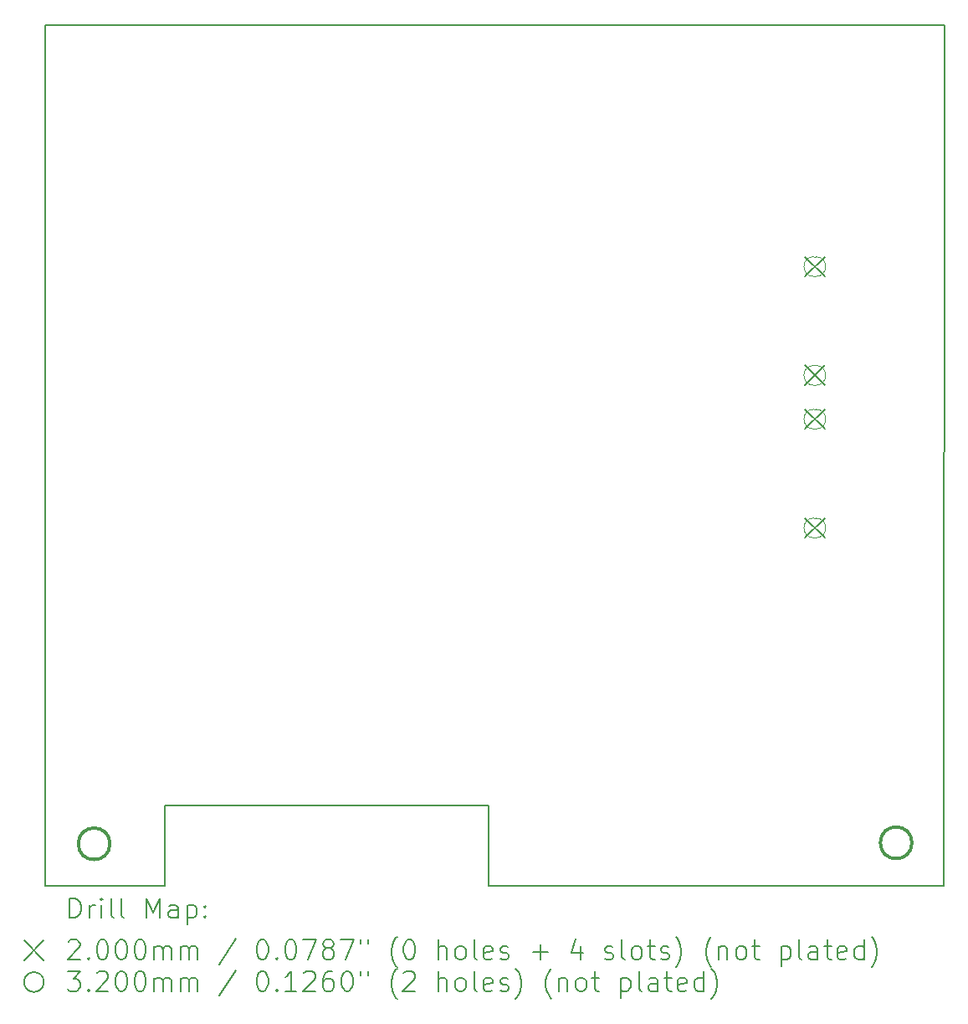
<source format=gbr>
%TF.GenerationSoftware,KiCad,Pcbnew,9.0.5*%
%TF.CreationDate,2025-11-16T19:00:11+01:00*%
%TF.ProjectId,OSCAR_Audio,4f534341-525f-4417-9564-696f2e6b6963,rev?*%
%TF.SameCoordinates,Original*%
%TF.FileFunction,Drillmap*%
%TF.FilePolarity,Positive*%
%FSLAX45Y45*%
G04 Gerber Fmt 4.5, Leading zero omitted, Abs format (unit mm)*
G04 Created by KiCad (PCBNEW 9.0.5) date 2025-11-16 19:00:11*
%MOMM*%
%LPD*%
G01*
G04 APERTURE LIST*
%ADD10C,0.200000*%
%ADD11C,0.100000*%
%ADD12C,0.320000*%
G04 APERTURE END LIST*
D10*
X11264000Y-13231000D02*
X11264000Y-4527000D01*
X12482000Y-13231000D02*
X11264000Y-13231000D01*
X12482000Y-12419000D02*
X12482000Y-13231000D01*
X15756000Y-12420000D02*
X12482000Y-12419000D01*
X11264000Y-4527000D02*
X20366000Y-4526000D01*
X20364000Y-13231000D02*
X15756000Y-13232000D01*
X20366000Y-4526000D02*
X20364000Y-13231000D01*
X15756000Y-13232000D02*
X15756000Y-12420000D01*
X18956000Y-6867000D02*
X19156000Y-7067000D01*
X19156000Y-6867000D02*
X18956000Y-7067000D01*
D11*
X19046000Y-7067000D02*
X19066000Y-7067000D01*
X19066000Y-6867000D02*
G75*
G02*
X19066000Y-7067000I0J-100000D01*
G01*
X19066000Y-6867000D02*
X19046000Y-6867000D01*
X19046000Y-6867000D02*
G75*
G03*
X19046000Y-7067000I0J-100000D01*
G01*
D10*
X18956000Y-7967000D02*
X19156000Y-8167000D01*
X19156000Y-7967000D02*
X18956000Y-8167000D01*
D11*
X19046000Y-8167000D02*
X19066000Y-8167000D01*
X19066000Y-7967000D02*
G75*
G02*
X19066000Y-8167000I0J-100000D01*
G01*
X19066000Y-7967000D02*
X19046000Y-7967000D01*
X19046000Y-7967000D02*
G75*
G03*
X19046000Y-8167000I0J-100000D01*
G01*
D10*
X18956000Y-8410000D02*
X19156000Y-8610000D01*
X19156000Y-8410000D02*
X18956000Y-8610000D01*
D11*
X19046000Y-8610000D02*
X19066000Y-8610000D01*
X19066000Y-8410000D02*
G75*
G02*
X19066000Y-8610000I0J-100000D01*
G01*
X19066000Y-8410000D02*
X19046000Y-8410000D01*
X19046000Y-8410000D02*
G75*
G03*
X19046000Y-8610000I0J-100000D01*
G01*
D10*
X18956000Y-9510000D02*
X19156000Y-9710000D01*
X19156000Y-9510000D02*
X18956000Y-9710000D01*
D11*
X19046000Y-9710000D02*
X19066000Y-9710000D01*
X19066000Y-9510000D02*
G75*
G02*
X19066000Y-9710000I0J-100000D01*
G01*
X19066000Y-9510000D02*
X19046000Y-9510000D01*
X19046000Y-9510000D02*
G75*
G03*
X19046000Y-9710000I0J-100000D01*
G01*
D12*
X11923000Y-12804000D02*
G75*
G02*
X11603000Y-12804000I-160000J0D01*
G01*
X11603000Y-12804000D02*
G75*
G02*
X11923000Y-12804000I160000J0D01*
G01*
X20039000Y-12794000D02*
G75*
G02*
X19719000Y-12794000I-160000J0D01*
G01*
X19719000Y-12794000D02*
G75*
G02*
X20039000Y-12794000I160000J0D01*
G01*
D10*
X11514777Y-13553484D02*
X11514777Y-13353484D01*
X11514777Y-13353484D02*
X11562396Y-13353484D01*
X11562396Y-13353484D02*
X11590967Y-13363008D01*
X11590967Y-13363008D02*
X11610015Y-13382055D01*
X11610015Y-13382055D02*
X11619539Y-13401103D01*
X11619539Y-13401103D02*
X11629062Y-13439198D01*
X11629062Y-13439198D02*
X11629062Y-13467769D01*
X11629062Y-13467769D02*
X11619539Y-13505865D01*
X11619539Y-13505865D02*
X11610015Y-13524912D01*
X11610015Y-13524912D02*
X11590967Y-13543960D01*
X11590967Y-13543960D02*
X11562396Y-13553484D01*
X11562396Y-13553484D02*
X11514777Y-13553484D01*
X11714777Y-13553484D02*
X11714777Y-13420150D01*
X11714777Y-13458246D02*
X11724301Y-13439198D01*
X11724301Y-13439198D02*
X11733824Y-13429674D01*
X11733824Y-13429674D02*
X11752872Y-13420150D01*
X11752872Y-13420150D02*
X11771920Y-13420150D01*
X11838586Y-13553484D02*
X11838586Y-13420150D01*
X11838586Y-13353484D02*
X11829062Y-13363008D01*
X11829062Y-13363008D02*
X11838586Y-13372531D01*
X11838586Y-13372531D02*
X11848110Y-13363008D01*
X11848110Y-13363008D02*
X11838586Y-13353484D01*
X11838586Y-13353484D02*
X11838586Y-13372531D01*
X11962396Y-13553484D02*
X11943348Y-13543960D01*
X11943348Y-13543960D02*
X11933824Y-13524912D01*
X11933824Y-13524912D02*
X11933824Y-13353484D01*
X12067158Y-13553484D02*
X12048110Y-13543960D01*
X12048110Y-13543960D02*
X12038586Y-13524912D01*
X12038586Y-13524912D02*
X12038586Y-13353484D01*
X12295729Y-13553484D02*
X12295729Y-13353484D01*
X12295729Y-13353484D02*
X12362396Y-13496341D01*
X12362396Y-13496341D02*
X12429062Y-13353484D01*
X12429062Y-13353484D02*
X12429062Y-13553484D01*
X12610015Y-13553484D02*
X12610015Y-13448722D01*
X12610015Y-13448722D02*
X12600491Y-13429674D01*
X12600491Y-13429674D02*
X12581443Y-13420150D01*
X12581443Y-13420150D02*
X12543348Y-13420150D01*
X12543348Y-13420150D02*
X12524301Y-13429674D01*
X12610015Y-13543960D02*
X12590967Y-13553484D01*
X12590967Y-13553484D02*
X12543348Y-13553484D01*
X12543348Y-13553484D02*
X12524301Y-13543960D01*
X12524301Y-13543960D02*
X12514777Y-13524912D01*
X12514777Y-13524912D02*
X12514777Y-13505865D01*
X12514777Y-13505865D02*
X12524301Y-13486817D01*
X12524301Y-13486817D02*
X12543348Y-13477293D01*
X12543348Y-13477293D02*
X12590967Y-13477293D01*
X12590967Y-13477293D02*
X12610015Y-13467769D01*
X12705253Y-13420150D02*
X12705253Y-13620150D01*
X12705253Y-13429674D02*
X12724301Y-13420150D01*
X12724301Y-13420150D02*
X12762396Y-13420150D01*
X12762396Y-13420150D02*
X12781443Y-13429674D01*
X12781443Y-13429674D02*
X12790967Y-13439198D01*
X12790967Y-13439198D02*
X12800491Y-13458246D01*
X12800491Y-13458246D02*
X12800491Y-13515388D01*
X12800491Y-13515388D02*
X12790967Y-13534436D01*
X12790967Y-13534436D02*
X12781443Y-13543960D01*
X12781443Y-13543960D02*
X12762396Y-13553484D01*
X12762396Y-13553484D02*
X12724301Y-13553484D01*
X12724301Y-13553484D02*
X12705253Y-13543960D01*
X12886205Y-13534436D02*
X12895729Y-13543960D01*
X12895729Y-13543960D02*
X12886205Y-13553484D01*
X12886205Y-13553484D02*
X12876682Y-13543960D01*
X12876682Y-13543960D02*
X12886205Y-13534436D01*
X12886205Y-13534436D02*
X12886205Y-13553484D01*
X12886205Y-13429674D02*
X12895729Y-13439198D01*
X12895729Y-13439198D02*
X12886205Y-13448722D01*
X12886205Y-13448722D02*
X12876682Y-13439198D01*
X12876682Y-13439198D02*
X12886205Y-13429674D01*
X12886205Y-13429674D02*
X12886205Y-13448722D01*
X11054000Y-13782000D02*
X11254000Y-13982000D01*
X11254000Y-13782000D02*
X11054000Y-13982000D01*
X11505253Y-13792531D02*
X11514777Y-13783008D01*
X11514777Y-13783008D02*
X11533824Y-13773484D01*
X11533824Y-13773484D02*
X11581443Y-13773484D01*
X11581443Y-13773484D02*
X11600491Y-13783008D01*
X11600491Y-13783008D02*
X11610015Y-13792531D01*
X11610015Y-13792531D02*
X11619539Y-13811579D01*
X11619539Y-13811579D02*
X11619539Y-13830627D01*
X11619539Y-13830627D02*
X11610015Y-13859198D01*
X11610015Y-13859198D02*
X11495729Y-13973484D01*
X11495729Y-13973484D02*
X11619539Y-13973484D01*
X11705253Y-13954436D02*
X11714777Y-13963960D01*
X11714777Y-13963960D02*
X11705253Y-13973484D01*
X11705253Y-13973484D02*
X11695729Y-13963960D01*
X11695729Y-13963960D02*
X11705253Y-13954436D01*
X11705253Y-13954436D02*
X11705253Y-13973484D01*
X11838586Y-13773484D02*
X11857634Y-13773484D01*
X11857634Y-13773484D02*
X11876682Y-13783008D01*
X11876682Y-13783008D02*
X11886205Y-13792531D01*
X11886205Y-13792531D02*
X11895729Y-13811579D01*
X11895729Y-13811579D02*
X11905253Y-13849674D01*
X11905253Y-13849674D02*
X11905253Y-13897293D01*
X11905253Y-13897293D02*
X11895729Y-13935388D01*
X11895729Y-13935388D02*
X11886205Y-13954436D01*
X11886205Y-13954436D02*
X11876682Y-13963960D01*
X11876682Y-13963960D02*
X11857634Y-13973484D01*
X11857634Y-13973484D02*
X11838586Y-13973484D01*
X11838586Y-13973484D02*
X11819539Y-13963960D01*
X11819539Y-13963960D02*
X11810015Y-13954436D01*
X11810015Y-13954436D02*
X11800491Y-13935388D01*
X11800491Y-13935388D02*
X11790967Y-13897293D01*
X11790967Y-13897293D02*
X11790967Y-13849674D01*
X11790967Y-13849674D02*
X11800491Y-13811579D01*
X11800491Y-13811579D02*
X11810015Y-13792531D01*
X11810015Y-13792531D02*
X11819539Y-13783008D01*
X11819539Y-13783008D02*
X11838586Y-13773484D01*
X12029062Y-13773484D02*
X12048110Y-13773484D01*
X12048110Y-13773484D02*
X12067158Y-13783008D01*
X12067158Y-13783008D02*
X12076682Y-13792531D01*
X12076682Y-13792531D02*
X12086205Y-13811579D01*
X12086205Y-13811579D02*
X12095729Y-13849674D01*
X12095729Y-13849674D02*
X12095729Y-13897293D01*
X12095729Y-13897293D02*
X12086205Y-13935388D01*
X12086205Y-13935388D02*
X12076682Y-13954436D01*
X12076682Y-13954436D02*
X12067158Y-13963960D01*
X12067158Y-13963960D02*
X12048110Y-13973484D01*
X12048110Y-13973484D02*
X12029062Y-13973484D01*
X12029062Y-13973484D02*
X12010015Y-13963960D01*
X12010015Y-13963960D02*
X12000491Y-13954436D01*
X12000491Y-13954436D02*
X11990967Y-13935388D01*
X11990967Y-13935388D02*
X11981443Y-13897293D01*
X11981443Y-13897293D02*
X11981443Y-13849674D01*
X11981443Y-13849674D02*
X11990967Y-13811579D01*
X11990967Y-13811579D02*
X12000491Y-13792531D01*
X12000491Y-13792531D02*
X12010015Y-13783008D01*
X12010015Y-13783008D02*
X12029062Y-13773484D01*
X12219539Y-13773484D02*
X12238586Y-13773484D01*
X12238586Y-13773484D02*
X12257634Y-13783008D01*
X12257634Y-13783008D02*
X12267158Y-13792531D01*
X12267158Y-13792531D02*
X12276682Y-13811579D01*
X12276682Y-13811579D02*
X12286205Y-13849674D01*
X12286205Y-13849674D02*
X12286205Y-13897293D01*
X12286205Y-13897293D02*
X12276682Y-13935388D01*
X12276682Y-13935388D02*
X12267158Y-13954436D01*
X12267158Y-13954436D02*
X12257634Y-13963960D01*
X12257634Y-13963960D02*
X12238586Y-13973484D01*
X12238586Y-13973484D02*
X12219539Y-13973484D01*
X12219539Y-13973484D02*
X12200491Y-13963960D01*
X12200491Y-13963960D02*
X12190967Y-13954436D01*
X12190967Y-13954436D02*
X12181443Y-13935388D01*
X12181443Y-13935388D02*
X12171920Y-13897293D01*
X12171920Y-13897293D02*
X12171920Y-13849674D01*
X12171920Y-13849674D02*
X12181443Y-13811579D01*
X12181443Y-13811579D02*
X12190967Y-13792531D01*
X12190967Y-13792531D02*
X12200491Y-13783008D01*
X12200491Y-13783008D02*
X12219539Y-13773484D01*
X12371920Y-13973484D02*
X12371920Y-13840150D01*
X12371920Y-13859198D02*
X12381443Y-13849674D01*
X12381443Y-13849674D02*
X12400491Y-13840150D01*
X12400491Y-13840150D02*
X12429063Y-13840150D01*
X12429063Y-13840150D02*
X12448110Y-13849674D01*
X12448110Y-13849674D02*
X12457634Y-13868722D01*
X12457634Y-13868722D02*
X12457634Y-13973484D01*
X12457634Y-13868722D02*
X12467158Y-13849674D01*
X12467158Y-13849674D02*
X12486205Y-13840150D01*
X12486205Y-13840150D02*
X12514777Y-13840150D01*
X12514777Y-13840150D02*
X12533824Y-13849674D01*
X12533824Y-13849674D02*
X12543348Y-13868722D01*
X12543348Y-13868722D02*
X12543348Y-13973484D01*
X12638586Y-13973484D02*
X12638586Y-13840150D01*
X12638586Y-13859198D02*
X12648110Y-13849674D01*
X12648110Y-13849674D02*
X12667158Y-13840150D01*
X12667158Y-13840150D02*
X12695729Y-13840150D01*
X12695729Y-13840150D02*
X12714777Y-13849674D01*
X12714777Y-13849674D02*
X12724301Y-13868722D01*
X12724301Y-13868722D02*
X12724301Y-13973484D01*
X12724301Y-13868722D02*
X12733824Y-13849674D01*
X12733824Y-13849674D02*
X12752872Y-13840150D01*
X12752872Y-13840150D02*
X12781443Y-13840150D01*
X12781443Y-13840150D02*
X12800491Y-13849674D01*
X12800491Y-13849674D02*
X12810015Y-13868722D01*
X12810015Y-13868722D02*
X12810015Y-13973484D01*
X13200491Y-13763960D02*
X13029063Y-14021103D01*
X13457634Y-13773484D02*
X13476682Y-13773484D01*
X13476682Y-13773484D02*
X13495729Y-13783008D01*
X13495729Y-13783008D02*
X13505253Y-13792531D01*
X13505253Y-13792531D02*
X13514777Y-13811579D01*
X13514777Y-13811579D02*
X13524301Y-13849674D01*
X13524301Y-13849674D02*
X13524301Y-13897293D01*
X13524301Y-13897293D02*
X13514777Y-13935388D01*
X13514777Y-13935388D02*
X13505253Y-13954436D01*
X13505253Y-13954436D02*
X13495729Y-13963960D01*
X13495729Y-13963960D02*
X13476682Y-13973484D01*
X13476682Y-13973484D02*
X13457634Y-13973484D01*
X13457634Y-13973484D02*
X13438586Y-13963960D01*
X13438586Y-13963960D02*
X13429063Y-13954436D01*
X13429063Y-13954436D02*
X13419539Y-13935388D01*
X13419539Y-13935388D02*
X13410015Y-13897293D01*
X13410015Y-13897293D02*
X13410015Y-13849674D01*
X13410015Y-13849674D02*
X13419539Y-13811579D01*
X13419539Y-13811579D02*
X13429063Y-13792531D01*
X13429063Y-13792531D02*
X13438586Y-13783008D01*
X13438586Y-13783008D02*
X13457634Y-13773484D01*
X13610015Y-13954436D02*
X13619539Y-13963960D01*
X13619539Y-13963960D02*
X13610015Y-13973484D01*
X13610015Y-13973484D02*
X13600491Y-13963960D01*
X13600491Y-13963960D02*
X13610015Y-13954436D01*
X13610015Y-13954436D02*
X13610015Y-13973484D01*
X13743348Y-13773484D02*
X13762396Y-13773484D01*
X13762396Y-13773484D02*
X13781444Y-13783008D01*
X13781444Y-13783008D02*
X13790967Y-13792531D01*
X13790967Y-13792531D02*
X13800491Y-13811579D01*
X13800491Y-13811579D02*
X13810015Y-13849674D01*
X13810015Y-13849674D02*
X13810015Y-13897293D01*
X13810015Y-13897293D02*
X13800491Y-13935388D01*
X13800491Y-13935388D02*
X13790967Y-13954436D01*
X13790967Y-13954436D02*
X13781444Y-13963960D01*
X13781444Y-13963960D02*
X13762396Y-13973484D01*
X13762396Y-13973484D02*
X13743348Y-13973484D01*
X13743348Y-13973484D02*
X13724301Y-13963960D01*
X13724301Y-13963960D02*
X13714777Y-13954436D01*
X13714777Y-13954436D02*
X13705253Y-13935388D01*
X13705253Y-13935388D02*
X13695729Y-13897293D01*
X13695729Y-13897293D02*
X13695729Y-13849674D01*
X13695729Y-13849674D02*
X13705253Y-13811579D01*
X13705253Y-13811579D02*
X13714777Y-13792531D01*
X13714777Y-13792531D02*
X13724301Y-13783008D01*
X13724301Y-13783008D02*
X13743348Y-13773484D01*
X13876682Y-13773484D02*
X14010015Y-13773484D01*
X14010015Y-13773484D02*
X13924301Y-13973484D01*
X14114777Y-13859198D02*
X14095729Y-13849674D01*
X14095729Y-13849674D02*
X14086206Y-13840150D01*
X14086206Y-13840150D02*
X14076682Y-13821103D01*
X14076682Y-13821103D02*
X14076682Y-13811579D01*
X14076682Y-13811579D02*
X14086206Y-13792531D01*
X14086206Y-13792531D02*
X14095729Y-13783008D01*
X14095729Y-13783008D02*
X14114777Y-13773484D01*
X14114777Y-13773484D02*
X14152872Y-13773484D01*
X14152872Y-13773484D02*
X14171920Y-13783008D01*
X14171920Y-13783008D02*
X14181444Y-13792531D01*
X14181444Y-13792531D02*
X14190967Y-13811579D01*
X14190967Y-13811579D02*
X14190967Y-13821103D01*
X14190967Y-13821103D02*
X14181444Y-13840150D01*
X14181444Y-13840150D02*
X14171920Y-13849674D01*
X14171920Y-13849674D02*
X14152872Y-13859198D01*
X14152872Y-13859198D02*
X14114777Y-13859198D01*
X14114777Y-13859198D02*
X14095729Y-13868722D01*
X14095729Y-13868722D02*
X14086206Y-13878246D01*
X14086206Y-13878246D02*
X14076682Y-13897293D01*
X14076682Y-13897293D02*
X14076682Y-13935388D01*
X14076682Y-13935388D02*
X14086206Y-13954436D01*
X14086206Y-13954436D02*
X14095729Y-13963960D01*
X14095729Y-13963960D02*
X14114777Y-13973484D01*
X14114777Y-13973484D02*
X14152872Y-13973484D01*
X14152872Y-13973484D02*
X14171920Y-13963960D01*
X14171920Y-13963960D02*
X14181444Y-13954436D01*
X14181444Y-13954436D02*
X14190967Y-13935388D01*
X14190967Y-13935388D02*
X14190967Y-13897293D01*
X14190967Y-13897293D02*
X14181444Y-13878246D01*
X14181444Y-13878246D02*
X14171920Y-13868722D01*
X14171920Y-13868722D02*
X14152872Y-13859198D01*
X14257634Y-13773484D02*
X14390967Y-13773484D01*
X14390967Y-13773484D02*
X14305253Y-13973484D01*
X14457634Y-13773484D02*
X14457634Y-13811579D01*
X14533825Y-13773484D02*
X14533825Y-13811579D01*
X14829063Y-14049674D02*
X14819539Y-14040150D01*
X14819539Y-14040150D02*
X14800491Y-14011579D01*
X14800491Y-14011579D02*
X14790968Y-13992531D01*
X14790968Y-13992531D02*
X14781444Y-13963960D01*
X14781444Y-13963960D02*
X14771920Y-13916341D01*
X14771920Y-13916341D02*
X14771920Y-13878246D01*
X14771920Y-13878246D02*
X14781444Y-13830627D01*
X14781444Y-13830627D02*
X14790968Y-13802055D01*
X14790968Y-13802055D02*
X14800491Y-13783008D01*
X14800491Y-13783008D02*
X14819539Y-13754436D01*
X14819539Y-13754436D02*
X14829063Y-13744912D01*
X14943348Y-13773484D02*
X14962396Y-13773484D01*
X14962396Y-13773484D02*
X14981444Y-13783008D01*
X14981444Y-13783008D02*
X14990968Y-13792531D01*
X14990968Y-13792531D02*
X15000491Y-13811579D01*
X15000491Y-13811579D02*
X15010015Y-13849674D01*
X15010015Y-13849674D02*
X15010015Y-13897293D01*
X15010015Y-13897293D02*
X15000491Y-13935388D01*
X15000491Y-13935388D02*
X14990968Y-13954436D01*
X14990968Y-13954436D02*
X14981444Y-13963960D01*
X14981444Y-13963960D02*
X14962396Y-13973484D01*
X14962396Y-13973484D02*
X14943348Y-13973484D01*
X14943348Y-13973484D02*
X14924301Y-13963960D01*
X14924301Y-13963960D02*
X14914777Y-13954436D01*
X14914777Y-13954436D02*
X14905253Y-13935388D01*
X14905253Y-13935388D02*
X14895729Y-13897293D01*
X14895729Y-13897293D02*
X14895729Y-13849674D01*
X14895729Y-13849674D02*
X14905253Y-13811579D01*
X14905253Y-13811579D02*
X14914777Y-13792531D01*
X14914777Y-13792531D02*
X14924301Y-13783008D01*
X14924301Y-13783008D02*
X14943348Y-13773484D01*
X15248110Y-13973484D02*
X15248110Y-13773484D01*
X15333825Y-13973484D02*
X15333825Y-13868722D01*
X15333825Y-13868722D02*
X15324301Y-13849674D01*
X15324301Y-13849674D02*
X15305253Y-13840150D01*
X15305253Y-13840150D02*
X15276682Y-13840150D01*
X15276682Y-13840150D02*
X15257634Y-13849674D01*
X15257634Y-13849674D02*
X15248110Y-13859198D01*
X15457634Y-13973484D02*
X15438587Y-13963960D01*
X15438587Y-13963960D02*
X15429063Y-13954436D01*
X15429063Y-13954436D02*
X15419539Y-13935388D01*
X15419539Y-13935388D02*
X15419539Y-13878246D01*
X15419539Y-13878246D02*
X15429063Y-13859198D01*
X15429063Y-13859198D02*
X15438587Y-13849674D01*
X15438587Y-13849674D02*
X15457634Y-13840150D01*
X15457634Y-13840150D02*
X15486206Y-13840150D01*
X15486206Y-13840150D02*
X15505253Y-13849674D01*
X15505253Y-13849674D02*
X15514777Y-13859198D01*
X15514777Y-13859198D02*
X15524301Y-13878246D01*
X15524301Y-13878246D02*
X15524301Y-13935388D01*
X15524301Y-13935388D02*
X15514777Y-13954436D01*
X15514777Y-13954436D02*
X15505253Y-13963960D01*
X15505253Y-13963960D02*
X15486206Y-13973484D01*
X15486206Y-13973484D02*
X15457634Y-13973484D01*
X15638587Y-13973484D02*
X15619539Y-13963960D01*
X15619539Y-13963960D02*
X15610015Y-13944912D01*
X15610015Y-13944912D02*
X15610015Y-13773484D01*
X15790968Y-13963960D02*
X15771920Y-13973484D01*
X15771920Y-13973484D02*
X15733825Y-13973484D01*
X15733825Y-13973484D02*
X15714777Y-13963960D01*
X15714777Y-13963960D02*
X15705253Y-13944912D01*
X15705253Y-13944912D02*
X15705253Y-13868722D01*
X15705253Y-13868722D02*
X15714777Y-13849674D01*
X15714777Y-13849674D02*
X15733825Y-13840150D01*
X15733825Y-13840150D02*
X15771920Y-13840150D01*
X15771920Y-13840150D02*
X15790968Y-13849674D01*
X15790968Y-13849674D02*
X15800491Y-13868722D01*
X15800491Y-13868722D02*
X15800491Y-13887769D01*
X15800491Y-13887769D02*
X15705253Y-13906817D01*
X15876682Y-13963960D02*
X15895730Y-13973484D01*
X15895730Y-13973484D02*
X15933825Y-13973484D01*
X15933825Y-13973484D02*
X15952872Y-13963960D01*
X15952872Y-13963960D02*
X15962396Y-13944912D01*
X15962396Y-13944912D02*
X15962396Y-13935388D01*
X15962396Y-13935388D02*
X15952872Y-13916341D01*
X15952872Y-13916341D02*
X15933825Y-13906817D01*
X15933825Y-13906817D02*
X15905253Y-13906817D01*
X15905253Y-13906817D02*
X15886206Y-13897293D01*
X15886206Y-13897293D02*
X15876682Y-13878246D01*
X15876682Y-13878246D02*
X15876682Y-13868722D01*
X15876682Y-13868722D02*
X15886206Y-13849674D01*
X15886206Y-13849674D02*
X15905253Y-13840150D01*
X15905253Y-13840150D02*
X15933825Y-13840150D01*
X15933825Y-13840150D02*
X15952872Y-13849674D01*
X16200492Y-13897293D02*
X16352873Y-13897293D01*
X16276682Y-13973484D02*
X16276682Y-13821103D01*
X16686206Y-13840150D02*
X16686206Y-13973484D01*
X16638587Y-13763960D02*
X16590968Y-13906817D01*
X16590968Y-13906817D02*
X16714777Y-13906817D01*
X16933825Y-13963960D02*
X16952873Y-13973484D01*
X16952873Y-13973484D02*
X16990968Y-13973484D01*
X16990968Y-13973484D02*
X17010016Y-13963960D01*
X17010016Y-13963960D02*
X17019539Y-13944912D01*
X17019539Y-13944912D02*
X17019539Y-13935388D01*
X17019539Y-13935388D02*
X17010016Y-13916341D01*
X17010016Y-13916341D02*
X16990968Y-13906817D01*
X16990968Y-13906817D02*
X16962396Y-13906817D01*
X16962396Y-13906817D02*
X16943349Y-13897293D01*
X16943349Y-13897293D02*
X16933825Y-13878246D01*
X16933825Y-13878246D02*
X16933825Y-13868722D01*
X16933825Y-13868722D02*
X16943349Y-13849674D01*
X16943349Y-13849674D02*
X16962396Y-13840150D01*
X16962396Y-13840150D02*
X16990968Y-13840150D01*
X16990968Y-13840150D02*
X17010016Y-13849674D01*
X17133825Y-13973484D02*
X17114777Y-13963960D01*
X17114777Y-13963960D02*
X17105254Y-13944912D01*
X17105254Y-13944912D02*
X17105254Y-13773484D01*
X17238587Y-13973484D02*
X17219539Y-13963960D01*
X17219539Y-13963960D02*
X17210016Y-13954436D01*
X17210016Y-13954436D02*
X17200492Y-13935388D01*
X17200492Y-13935388D02*
X17200492Y-13878246D01*
X17200492Y-13878246D02*
X17210016Y-13859198D01*
X17210016Y-13859198D02*
X17219539Y-13849674D01*
X17219539Y-13849674D02*
X17238587Y-13840150D01*
X17238587Y-13840150D02*
X17267158Y-13840150D01*
X17267158Y-13840150D02*
X17286206Y-13849674D01*
X17286206Y-13849674D02*
X17295730Y-13859198D01*
X17295730Y-13859198D02*
X17305254Y-13878246D01*
X17305254Y-13878246D02*
X17305254Y-13935388D01*
X17305254Y-13935388D02*
X17295730Y-13954436D01*
X17295730Y-13954436D02*
X17286206Y-13963960D01*
X17286206Y-13963960D02*
X17267158Y-13973484D01*
X17267158Y-13973484D02*
X17238587Y-13973484D01*
X17362397Y-13840150D02*
X17438587Y-13840150D01*
X17390968Y-13773484D02*
X17390968Y-13944912D01*
X17390968Y-13944912D02*
X17400492Y-13963960D01*
X17400492Y-13963960D02*
X17419539Y-13973484D01*
X17419539Y-13973484D02*
X17438587Y-13973484D01*
X17495730Y-13963960D02*
X17514777Y-13973484D01*
X17514777Y-13973484D02*
X17552873Y-13973484D01*
X17552873Y-13973484D02*
X17571920Y-13963960D01*
X17571920Y-13963960D02*
X17581444Y-13944912D01*
X17581444Y-13944912D02*
X17581444Y-13935388D01*
X17581444Y-13935388D02*
X17571920Y-13916341D01*
X17571920Y-13916341D02*
X17552873Y-13906817D01*
X17552873Y-13906817D02*
X17524301Y-13906817D01*
X17524301Y-13906817D02*
X17505254Y-13897293D01*
X17505254Y-13897293D02*
X17495730Y-13878246D01*
X17495730Y-13878246D02*
X17495730Y-13868722D01*
X17495730Y-13868722D02*
X17505254Y-13849674D01*
X17505254Y-13849674D02*
X17524301Y-13840150D01*
X17524301Y-13840150D02*
X17552873Y-13840150D01*
X17552873Y-13840150D02*
X17571920Y-13849674D01*
X17648111Y-14049674D02*
X17657635Y-14040150D01*
X17657635Y-14040150D02*
X17676682Y-14011579D01*
X17676682Y-14011579D02*
X17686206Y-13992531D01*
X17686206Y-13992531D02*
X17695730Y-13963960D01*
X17695730Y-13963960D02*
X17705254Y-13916341D01*
X17705254Y-13916341D02*
X17705254Y-13878246D01*
X17705254Y-13878246D02*
X17695730Y-13830627D01*
X17695730Y-13830627D02*
X17686206Y-13802055D01*
X17686206Y-13802055D02*
X17676682Y-13783008D01*
X17676682Y-13783008D02*
X17657635Y-13754436D01*
X17657635Y-13754436D02*
X17648111Y-13744912D01*
X18010016Y-14049674D02*
X18000492Y-14040150D01*
X18000492Y-14040150D02*
X17981444Y-14011579D01*
X17981444Y-14011579D02*
X17971920Y-13992531D01*
X17971920Y-13992531D02*
X17962397Y-13963960D01*
X17962397Y-13963960D02*
X17952873Y-13916341D01*
X17952873Y-13916341D02*
X17952873Y-13878246D01*
X17952873Y-13878246D02*
X17962397Y-13830627D01*
X17962397Y-13830627D02*
X17971920Y-13802055D01*
X17971920Y-13802055D02*
X17981444Y-13783008D01*
X17981444Y-13783008D02*
X18000492Y-13754436D01*
X18000492Y-13754436D02*
X18010016Y-13744912D01*
X18086206Y-13840150D02*
X18086206Y-13973484D01*
X18086206Y-13859198D02*
X18095730Y-13849674D01*
X18095730Y-13849674D02*
X18114777Y-13840150D01*
X18114777Y-13840150D02*
X18143349Y-13840150D01*
X18143349Y-13840150D02*
X18162397Y-13849674D01*
X18162397Y-13849674D02*
X18171920Y-13868722D01*
X18171920Y-13868722D02*
X18171920Y-13973484D01*
X18295730Y-13973484D02*
X18276682Y-13963960D01*
X18276682Y-13963960D02*
X18267158Y-13954436D01*
X18267158Y-13954436D02*
X18257635Y-13935388D01*
X18257635Y-13935388D02*
X18257635Y-13878246D01*
X18257635Y-13878246D02*
X18267158Y-13859198D01*
X18267158Y-13859198D02*
X18276682Y-13849674D01*
X18276682Y-13849674D02*
X18295730Y-13840150D01*
X18295730Y-13840150D02*
X18324301Y-13840150D01*
X18324301Y-13840150D02*
X18343349Y-13849674D01*
X18343349Y-13849674D02*
X18352873Y-13859198D01*
X18352873Y-13859198D02*
X18362397Y-13878246D01*
X18362397Y-13878246D02*
X18362397Y-13935388D01*
X18362397Y-13935388D02*
X18352873Y-13954436D01*
X18352873Y-13954436D02*
X18343349Y-13963960D01*
X18343349Y-13963960D02*
X18324301Y-13973484D01*
X18324301Y-13973484D02*
X18295730Y-13973484D01*
X18419539Y-13840150D02*
X18495730Y-13840150D01*
X18448111Y-13773484D02*
X18448111Y-13944912D01*
X18448111Y-13944912D02*
X18457635Y-13963960D01*
X18457635Y-13963960D02*
X18476682Y-13973484D01*
X18476682Y-13973484D02*
X18495730Y-13973484D01*
X18714778Y-13840150D02*
X18714778Y-14040150D01*
X18714778Y-13849674D02*
X18733825Y-13840150D01*
X18733825Y-13840150D02*
X18771920Y-13840150D01*
X18771920Y-13840150D02*
X18790968Y-13849674D01*
X18790968Y-13849674D02*
X18800492Y-13859198D01*
X18800492Y-13859198D02*
X18810016Y-13878246D01*
X18810016Y-13878246D02*
X18810016Y-13935388D01*
X18810016Y-13935388D02*
X18800492Y-13954436D01*
X18800492Y-13954436D02*
X18790968Y-13963960D01*
X18790968Y-13963960D02*
X18771920Y-13973484D01*
X18771920Y-13973484D02*
X18733825Y-13973484D01*
X18733825Y-13973484D02*
X18714778Y-13963960D01*
X18924301Y-13973484D02*
X18905254Y-13963960D01*
X18905254Y-13963960D02*
X18895730Y-13944912D01*
X18895730Y-13944912D02*
X18895730Y-13773484D01*
X19086206Y-13973484D02*
X19086206Y-13868722D01*
X19086206Y-13868722D02*
X19076682Y-13849674D01*
X19076682Y-13849674D02*
X19057635Y-13840150D01*
X19057635Y-13840150D02*
X19019539Y-13840150D01*
X19019539Y-13840150D02*
X19000492Y-13849674D01*
X19086206Y-13963960D02*
X19067159Y-13973484D01*
X19067159Y-13973484D02*
X19019539Y-13973484D01*
X19019539Y-13973484D02*
X19000492Y-13963960D01*
X19000492Y-13963960D02*
X18990968Y-13944912D01*
X18990968Y-13944912D02*
X18990968Y-13925865D01*
X18990968Y-13925865D02*
X19000492Y-13906817D01*
X19000492Y-13906817D02*
X19019539Y-13897293D01*
X19019539Y-13897293D02*
X19067159Y-13897293D01*
X19067159Y-13897293D02*
X19086206Y-13887769D01*
X19152873Y-13840150D02*
X19229063Y-13840150D01*
X19181444Y-13773484D02*
X19181444Y-13944912D01*
X19181444Y-13944912D02*
X19190968Y-13963960D01*
X19190968Y-13963960D02*
X19210016Y-13973484D01*
X19210016Y-13973484D02*
X19229063Y-13973484D01*
X19371920Y-13963960D02*
X19352873Y-13973484D01*
X19352873Y-13973484D02*
X19314778Y-13973484D01*
X19314778Y-13973484D02*
X19295730Y-13963960D01*
X19295730Y-13963960D02*
X19286206Y-13944912D01*
X19286206Y-13944912D02*
X19286206Y-13868722D01*
X19286206Y-13868722D02*
X19295730Y-13849674D01*
X19295730Y-13849674D02*
X19314778Y-13840150D01*
X19314778Y-13840150D02*
X19352873Y-13840150D01*
X19352873Y-13840150D02*
X19371920Y-13849674D01*
X19371920Y-13849674D02*
X19381444Y-13868722D01*
X19381444Y-13868722D02*
X19381444Y-13887769D01*
X19381444Y-13887769D02*
X19286206Y-13906817D01*
X19552873Y-13973484D02*
X19552873Y-13773484D01*
X19552873Y-13963960D02*
X19533825Y-13973484D01*
X19533825Y-13973484D02*
X19495730Y-13973484D01*
X19495730Y-13973484D02*
X19476682Y-13963960D01*
X19476682Y-13963960D02*
X19467159Y-13954436D01*
X19467159Y-13954436D02*
X19457635Y-13935388D01*
X19457635Y-13935388D02*
X19457635Y-13878246D01*
X19457635Y-13878246D02*
X19467159Y-13859198D01*
X19467159Y-13859198D02*
X19476682Y-13849674D01*
X19476682Y-13849674D02*
X19495730Y-13840150D01*
X19495730Y-13840150D02*
X19533825Y-13840150D01*
X19533825Y-13840150D02*
X19552873Y-13849674D01*
X19629063Y-14049674D02*
X19638587Y-14040150D01*
X19638587Y-14040150D02*
X19657635Y-14011579D01*
X19657635Y-14011579D02*
X19667159Y-13992531D01*
X19667159Y-13992531D02*
X19676682Y-13963960D01*
X19676682Y-13963960D02*
X19686206Y-13916341D01*
X19686206Y-13916341D02*
X19686206Y-13878246D01*
X19686206Y-13878246D02*
X19676682Y-13830627D01*
X19676682Y-13830627D02*
X19667159Y-13802055D01*
X19667159Y-13802055D02*
X19657635Y-13783008D01*
X19657635Y-13783008D02*
X19638587Y-13754436D01*
X19638587Y-13754436D02*
X19629063Y-13744912D01*
X11254000Y-14202000D02*
G75*
G02*
X11054000Y-14202000I-100000J0D01*
G01*
X11054000Y-14202000D02*
G75*
G02*
X11254000Y-14202000I100000J0D01*
G01*
X11495729Y-14093484D02*
X11619539Y-14093484D01*
X11619539Y-14093484D02*
X11552872Y-14169674D01*
X11552872Y-14169674D02*
X11581443Y-14169674D01*
X11581443Y-14169674D02*
X11600491Y-14179198D01*
X11600491Y-14179198D02*
X11610015Y-14188722D01*
X11610015Y-14188722D02*
X11619539Y-14207769D01*
X11619539Y-14207769D02*
X11619539Y-14255388D01*
X11619539Y-14255388D02*
X11610015Y-14274436D01*
X11610015Y-14274436D02*
X11600491Y-14283960D01*
X11600491Y-14283960D02*
X11581443Y-14293484D01*
X11581443Y-14293484D02*
X11524301Y-14293484D01*
X11524301Y-14293484D02*
X11505253Y-14283960D01*
X11505253Y-14283960D02*
X11495729Y-14274436D01*
X11705253Y-14274436D02*
X11714777Y-14283960D01*
X11714777Y-14283960D02*
X11705253Y-14293484D01*
X11705253Y-14293484D02*
X11695729Y-14283960D01*
X11695729Y-14283960D02*
X11705253Y-14274436D01*
X11705253Y-14274436D02*
X11705253Y-14293484D01*
X11790967Y-14112531D02*
X11800491Y-14103008D01*
X11800491Y-14103008D02*
X11819539Y-14093484D01*
X11819539Y-14093484D02*
X11867158Y-14093484D01*
X11867158Y-14093484D02*
X11886205Y-14103008D01*
X11886205Y-14103008D02*
X11895729Y-14112531D01*
X11895729Y-14112531D02*
X11905253Y-14131579D01*
X11905253Y-14131579D02*
X11905253Y-14150627D01*
X11905253Y-14150627D02*
X11895729Y-14179198D01*
X11895729Y-14179198D02*
X11781443Y-14293484D01*
X11781443Y-14293484D02*
X11905253Y-14293484D01*
X12029062Y-14093484D02*
X12048110Y-14093484D01*
X12048110Y-14093484D02*
X12067158Y-14103008D01*
X12067158Y-14103008D02*
X12076682Y-14112531D01*
X12076682Y-14112531D02*
X12086205Y-14131579D01*
X12086205Y-14131579D02*
X12095729Y-14169674D01*
X12095729Y-14169674D02*
X12095729Y-14217293D01*
X12095729Y-14217293D02*
X12086205Y-14255388D01*
X12086205Y-14255388D02*
X12076682Y-14274436D01*
X12076682Y-14274436D02*
X12067158Y-14283960D01*
X12067158Y-14283960D02*
X12048110Y-14293484D01*
X12048110Y-14293484D02*
X12029062Y-14293484D01*
X12029062Y-14293484D02*
X12010015Y-14283960D01*
X12010015Y-14283960D02*
X12000491Y-14274436D01*
X12000491Y-14274436D02*
X11990967Y-14255388D01*
X11990967Y-14255388D02*
X11981443Y-14217293D01*
X11981443Y-14217293D02*
X11981443Y-14169674D01*
X11981443Y-14169674D02*
X11990967Y-14131579D01*
X11990967Y-14131579D02*
X12000491Y-14112531D01*
X12000491Y-14112531D02*
X12010015Y-14103008D01*
X12010015Y-14103008D02*
X12029062Y-14093484D01*
X12219539Y-14093484D02*
X12238586Y-14093484D01*
X12238586Y-14093484D02*
X12257634Y-14103008D01*
X12257634Y-14103008D02*
X12267158Y-14112531D01*
X12267158Y-14112531D02*
X12276682Y-14131579D01*
X12276682Y-14131579D02*
X12286205Y-14169674D01*
X12286205Y-14169674D02*
X12286205Y-14217293D01*
X12286205Y-14217293D02*
X12276682Y-14255388D01*
X12276682Y-14255388D02*
X12267158Y-14274436D01*
X12267158Y-14274436D02*
X12257634Y-14283960D01*
X12257634Y-14283960D02*
X12238586Y-14293484D01*
X12238586Y-14293484D02*
X12219539Y-14293484D01*
X12219539Y-14293484D02*
X12200491Y-14283960D01*
X12200491Y-14283960D02*
X12190967Y-14274436D01*
X12190967Y-14274436D02*
X12181443Y-14255388D01*
X12181443Y-14255388D02*
X12171920Y-14217293D01*
X12171920Y-14217293D02*
X12171920Y-14169674D01*
X12171920Y-14169674D02*
X12181443Y-14131579D01*
X12181443Y-14131579D02*
X12190967Y-14112531D01*
X12190967Y-14112531D02*
X12200491Y-14103008D01*
X12200491Y-14103008D02*
X12219539Y-14093484D01*
X12371920Y-14293484D02*
X12371920Y-14160150D01*
X12371920Y-14179198D02*
X12381443Y-14169674D01*
X12381443Y-14169674D02*
X12400491Y-14160150D01*
X12400491Y-14160150D02*
X12429063Y-14160150D01*
X12429063Y-14160150D02*
X12448110Y-14169674D01*
X12448110Y-14169674D02*
X12457634Y-14188722D01*
X12457634Y-14188722D02*
X12457634Y-14293484D01*
X12457634Y-14188722D02*
X12467158Y-14169674D01*
X12467158Y-14169674D02*
X12486205Y-14160150D01*
X12486205Y-14160150D02*
X12514777Y-14160150D01*
X12514777Y-14160150D02*
X12533824Y-14169674D01*
X12533824Y-14169674D02*
X12543348Y-14188722D01*
X12543348Y-14188722D02*
X12543348Y-14293484D01*
X12638586Y-14293484D02*
X12638586Y-14160150D01*
X12638586Y-14179198D02*
X12648110Y-14169674D01*
X12648110Y-14169674D02*
X12667158Y-14160150D01*
X12667158Y-14160150D02*
X12695729Y-14160150D01*
X12695729Y-14160150D02*
X12714777Y-14169674D01*
X12714777Y-14169674D02*
X12724301Y-14188722D01*
X12724301Y-14188722D02*
X12724301Y-14293484D01*
X12724301Y-14188722D02*
X12733824Y-14169674D01*
X12733824Y-14169674D02*
X12752872Y-14160150D01*
X12752872Y-14160150D02*
X12781443Y-14160150D01*
X12781443Y-14160150D02*
X12800491Y-14169674D01*
X12800491Y-14169674D02*
X12810015Y-14188722D01*
X12810015Y-14188722D02*
X12810015Y-14293484D01*
X13200491Y-14083960D02*
X13029063Y-14341103D01*
X13457634Y-14093484D02*
X13476682Y-14093484D01*
X13476682Y-14093484D02*
X13495729Y-14103008D01*
X13495729Y-14103008D02*
X13505253Y-14112531D01*
X13505253Y-14112531D02*
X13514777Y-14131579D01*
X13514777Y-14131579D02*
X13524301Y-14169674D01*
X13524301Y-14169674D02*
X13524301Y-14217293D01*
X13524301Y-14217293D02*
X13514777Y-14255388D01*
X13514777Y-14255388D02*
X13505253Y-14274436D01*
X13505253Y-14274436D02*
X13495729Y-14283960D01*
X13495729Y-14283960D02*
X13476682Y-14293484D01*
X13476682Y-14293484D02*
X13457634Y-14293484D01*
X13457634Y-14293484D02*
X13438586Y-14283960D01*
X13438586Y-14283960D02*
X13429063Y-14274436D01*
X13429063Y-14274436D02*
X13419539Y-14255388D01*
X13419539Y-14255388D02*
X13410015Y-14217293D01*
X13410015Y-14217293D02*
X13410015Y-14169674D01*
X13410015Y-14169674D02*
X13419539Y-14131579D01*
X13419539Y-14131579D02*
X13429063Y-14112531D01*
X13429063Y-14112531D02*
X13438586Y-14103008D01*
X13438586Y-14103008D02*
X13457634Y-14093484D01*
X13610015Y-14274436D02*
X13619539Y-14283960D01*
X13619539Y-14283960D02*
X13610015Y-14293484D01*
X13610015Y-14293484D02*
X13600491Y-14283960D01*
X13600491Y-14283960D02*
X13610015Y-14274436D01*
X13610015Y-14274436D02*
X13610015Y-14293484D01*
X13810015Y-14293484D02*
X13695729Y-14293484D01*
X13752872Y-14293484D02*
X13752872Y-14093484D01*
X13752872Y-14093484D02*
X13733825Y-14122055D01*
X13733825Y-14122055D02*
X13714777Y-14141103D01*
X13714777Y-14141103D02*
X13695729Y-14150627D01*
X13886206Y-14112531D02*
X13895729Y-14103008D01*
X13895729Y-14103008D02*
X13914777Y-14093484D01*
X13914777Y-14093484D02*
X13962396Y-14093484D01*
X13962396Y-14093484D02*
X13981444Y-14103008D01*
X13981444Y-14103008D02*
X13990967Y-14112531D01*
X13990967Y-14112531D02*
X14000491Y-14131579D01*
X14000491Y-14131579D02*
X14000491Y-14150627D01*
X14000491Y-14150627D02*
X13990967Y-14179198D01*
X13990967Y-14179198D02*
X13876682Y-14293484D01*
X13876682Y-14293484D02*
X14000491Y-14293484D01*
X14171920Y-14093484D02*
X14133825Y-14093484D01*
X14133825Y-14093484D02*
X14114777Y-14103008D01*
X14114777Y-14103008D02*
X14105253Y-14112531D01*
X14105253Y-14112531D02*
X14086206Y-14141103D01*
X14086206Y-14141103D02*
X14076682Y-14179198D01*
X14076682Y-14179198D02*
X14076682Y-14255388D01*
X14076682Y-14255388D02*
X14086206Y-14274436D01*
X14086206Y-14274436D02*
X14095729Y-14283960D01*
X14095729Y-14283960D02*
X14114777Y-14293484D01*
X14114777Y-14293484D02*
X14152872Y-14293484D01*
X14152872Y-14293484D02*
X14171920Y-14283960D01*
X14171920Y-14283960D02*
X14181444Y-14274436D01*
X14181444Y-14274436D02*
X14190967Y-14255388D01*
X14190967Y-14255388D02*
X14190967Y-14207769D01*
X14190967Y-14207769D02*
X14181444Y-14188722D01*
X14181444Y-14188722D02*
X14171920Y-14179198D01*
X14171920Y-14179198D02*
X14152872Y-14169674D01*
X14152872Y-14169674D02*
X14114777Y-14169674D01*
X14114777Y-14169674D02*
X14095729Y-14179198D01*
X14095729Y-14179198D02*
X14086206Y-14188722D01*
X14086206Y-14188722D02*
X14076682Y-14207769D01*
X14314777Y-14093484D02*
X14333825Y-14093484D01*
X14333825Y-14093484D02*
X14352872Y-14103008D01*
X14352872Y-14103008D02*
X14362396Y-14112531D01*
X14362396Y-14112531D02*
X14371920Y-14131579D01*
X14371920Y-14131579D02*
X14381444Y-14169674D01*
X14381444Y-14169674D02*
X14381444Y-14217293D01*
X14381444Y-14217293D02*
X14371920Y-14255388D01*
X14371920Y-14255388D02*
X14362396Y-14274436D01*
X14362396Y-14274436D02*
X14352872Y-14283960D01*
X14352872Y-14283960D02*
X14333825Y-14293484D01*
X14333825Y-14293484D02*
X14314777Y-14293484D01*
X14314777Y-14293484D02*
X14295729Y-14283960D01*
X14295729Y-14283960D02*
X14286206Y-14274436D01*
X14286206Y-14274436D02*
X14276682Y-14255388D01*
X14276682Y-14255388D02*
X14267158Y-14217293D01*
X14267158Y-14217293D02*
X14267158Y-14169674D01*
X14267158Y-14169674D02*
X14276682Y-14131579D01*
X14276682Y-14131579D02*
X14286206Y-14112531D01*
X14286206Y-14112531D02*
X14295729Y-14103008D01*
X14295729Y-14103008D02*
X14314777Y-14093484D01*
X14457634Y-14093484D02*
X14457634Y-14131579D01*
X14533825Y-14093484D02*
X14533825Y-14131579D01*
X14829063Y-14369674D02*
X14819539Y-14360150D01*
X14819539Y-14360150D02*
X14800491Y-14331579D01*
X14800491Y-14331579D02*
X14790968Y-14312531D01*
X14790968Y-14312531D02*
X14781444Y-14283960D01*
X14781444Y-14283960D02*
X14771920Y-14236341D01*
X14771920Y-14236341D02*
X14771920Y-14198246D01*
X14771920Y-14198246D02*
X14781444Y-14150627D01*
X14781444Y-14150627D02*
X14790968Y-14122055D01*
X14790968Y-14122055D02*
X14800491Y-14103008D01*
X14800491Y-14103008D02*
X14819539Y-14074436D01*
X14819539Y-14074436D02*
X14829063Y-14064912D01*
X14895729Y-14112531D02*
X14905253Y-14103008D01*
X14905253Y-14103008D02*
X14924301Y-14093484D01*
X14924301Y-14093484D02*
X14971920Y-14093484D01*
X14971920Y-14093484D02*
X14990968Y-14103008D01*
X14990968Y-14103008D02*
X15000491Y-14112531D01*
X15000491Y-14112531D02*
X15010015Y-14131579D01*
X15010015Y-14131579D02*
X15010015Y-14150627D01*
X15010015Y-14150627D02*
X15000491Y-14179198D01*
X15000491Y-14179198D02*
X14886206Y-14293484D01*
X14886206Y-14293484D02*
X15010015Y-14293484D01*
X15248110Y-14293484D02*
X15248110Y-14093484D01*
X15333825Y-14293484D02*
X15333825Y-14188722D01*
X15333825Y-14188722D02*
X15324301Y-14169674D01*
X15324301Y-14169674D02*
X15305253Y-14160150D01*
X15305253Y-14160150D02*
X15276682Y-14160150D01*
X15276682Y-14160150D02*
X15257634Y-14169674D01*
X15257634Y-14169674D02*
X15248110Y-14179198D01*
X15457634Y-14293484D02*
X15438587Y-14283960D01*
X15438587Y-14283960D02*
X15429063Y-14274436D01*
X15429063Y-14274436D02*
X15419539Y-14255388D01*
X15419539Y-14255388D02*
X15419539Y-14198246D01*
X15419539Y-14198246D02*
X15429063Y-14179198D01*
X15429063Y-14179198D02*
X15438587Y-14169674D01*
X15438587Y-14169674D02*
X15457634Y-14160150D01*
X15457634Y-14160150D02*
X15486206Y-14160150D01*
X15486206Y-14160150D02*
X15505253Y-14169674D01*
X15505253Y-14169674D02*
X15514777Y-14179198D01*
X15514777Y-14179198D02*
X15524301Y-14198246D01*
X15524301Y-14198246D02*
X15524301Y-14255388D01*
X15524301Y-14255388D02*
X15514777Y-14274436D01*
X15514777Y-14274436D02*
X15505253Y-14283960D01*
X15505253Y-14283960D02*
X15486206Y-14293484D01*
X15486206Y-14293484D02*
X15457634Y-14293484D01*
X15638587Y-14293484D02*
X15619539Y-14283960D01*
X15619539Y-14283960D02*
X15610015Y-14264912D01*
X15610015Y-14264912D02*
X15610015Y-14093484D01*
X15790968Y-14283960D02*
X15771920Y-14293484D01*
X15771920Y-14293484D02*
X15733825Y-14293484D01*
X15733825Y-14293484D02*
X15714777Y-14283960D01*
X15714777Y-14283960D02*
X15705253Y-14264912D01*
X15705253Y-14264912D02*
X15705253Y-14188722D01*
X15705253Y-14188722D02*
X15714777Y-14169674D01*
X15714777Y-14169674D02*
X15733825Y-14160150D01*
X15733825Y-14160150D02*
X15771920Y-14160150D01*
X15771920Y-14160150D02*
X15790968Y-14169674D01*
X15790968Y-14169674D02*
X15800491Y-14188722D01*
X15800491Y-14188722D02*
X15800491Y-14207769D01*
X15800491Y-14207769D02*
X15705253Y-14226817D01*
X15876682Y-14283960D02*
X15895730Y-14293484D01*
X15895730Y-14293484D02*
X15933825Y-14293484D01*
X15933825Y-14293484D02*
X15952872Y-14283960D01*
X15952872Y-14283960D02*
X15962396Y-14264912D01*
X15962396Y-14264912D02*
X15962396Y-14255388D01*
X15962396Y-14255388D02*
X15952872Y-14236341D01*
X15952872Y-14236341D02*
X15933825Y-14226817D01*
X15933825Y-14226817D02*
X15905253Y-14226817D01*
X15905253Y-14226817D02*
X15886206Y-14217293D01*
X15886206Y-14217293D02*
X15876682Y-14198246D01*
X15876682Y-14198246D02*
X15876682Y-14188722D01*
X15876682Y-14188722D02*
X15886206Y-14169674D01*
X15886206Y-14169674D02*
X15905253Y-14160150D01*
X15905253Y-14160150D02*
X15933825Y-14160150D01*
X15933825Y-14160150D02*
X15952872Y-14169674D01*
X16029063Y-14369674D02*
X16038587Y-14360150D01*
X16038587Y-14360150D02*
X16057634Y-14331579D01*
X16057634Y-14331579D02*
X16067158Y-14312531D01*
X16067158Y-14312531D02*
X16076682Y-14283960D01*
X16076682Y-14283960D02*
X16086206Y-14236341D01*
X16086206Y-14236341D02*
X16086206Y-14198246D01*
X16086206Y-14198246D02*
X16076682Y-14150627D01*
X16076682Y-14150627D02*
X16067158Y-14122055D01*
X16067158Y-14122055D02*
X16057634Y-14103008D01*
X16057634Y-14103008D02*
X16038587Y-14074436D01*
X16038587Y-14074436D02*
X16029063Y-14064912D01*
X16390968Y-14369674D02*
X16381444Y-14360150D01*
X16381444Y-14360150D02*
X16362396Y-14331579D01*
X16362396Y-14331579D02*
X16352872Y-14312531D01*
X16352872Y-14312531D02*
X16343349Y-14283960D01*
X16343349Y-14283960D02*
X16333825Y-14236341D01*
X16333825Y-14236341D02*
X16333825Y-14198246D01*
X16333825Y-14198246D02*
X16343349Y-14150627D01*
X16343349Y-14150627D02*
X16352872Y-14122055D01*
X16352872Y-14122055D02*
X16362396Y-14103008D01*
X16362396Y-14103008D02*
X16381444Y-14074436D01*
X16381444Y-14074436D02*
X16390968Y-14064912D01*
X16467158Y-14160150D02*
X16467158Y-14293484D01*
X16467158Y-14179198D02*
X16476682Y-14169674D01*
X16476682Y-14169674D02*
X16495730Y-14160150D01*
X16495730Y-14160150D02*
X16524301Y-14160150D01*
X16524301Y-14160150D02*
X16543349Y-14169674D01*
X16543349Y-14169674D02*
X16552872Y-14188722D01*
X16552872Y-14188722D02*
X16552872Y-14293484D01*
X16676682Y-14293484D02*
X16657634Y-14283960D01*
X16657634Y-14283960D02*
X16648111Y-14274436D01*
X16648111Y-14274436D02*
X16638587Y-14255388D01*
X16638587Y-14255388D02*
X16638587Y-14198246D01*
X16638587Y-14198246D02*
X16648111Y-14179198D01*
X16648111Y-14179198D02*
X16657634Y-14169674D01*
X16657634Y-14169674D02*
X16676682Y-14160150D01*
X16676682Y-14160150D02*
X16705253Y-14160150D01*
X16705253Y-14160150D02*
X16724301Y-14169674D01*
X16724301Y-14169674D02*
X16733825Y-14179198D01*
X16733825Y-14179198D02*
X16743349Y-14198246D01*
X16743349Y-14198246D02*
X16743349Y-14255388D01*
X16743349Y-14255388D02*
X16733825Y-14274436D01*
X16733825Y-14274436D02*
X16724301Y-14283960D01*
X16724301Y-14283960D02*
X16705253Y-14293484D01*
X16705253Y-14293484D02*
X16676682Y-14293484D01*
X16800492Y-14160150D02*
X16876682Y-14160150D01*
X16829063Y-14093484D02*
X16829063Y-14264912D01*
X16829063Y-14264912D02*
X16838587Y-14283960D01*
X16838587Y-14283960D02*
X16857634Y-14293484D01*
X16857634Y-14293484D02*
X16876682Y-14293484D01*
X17095730Y-14160150D02*
X17095730Y-14360150D01*
X17095730Y-14169674D02*
X17114777Y-14160150D01*
X17114777Y-14160150D02*
X17152873Y-14160150D01*
X17152873Y-14160150D02*
X17171920Y-14169674D01*
X17171920Y-14169674D02*
X17181444Y-14179198D01*
X17181444Y-14179198D02*
X17190968Y-14198246D01*
X17190968Y-14198246D02*
X17190968Y-14255388D01*
X17190968Y-14255388D02*
X17181444Y-14274436D01*
X17181444Y-14274436D02*
X17171920Y-14283960D01*
X17171920Y-14283960D02*
X17152873Y-14293484D01*
X17152873Y-14293484D02*
X17114777Y-14293484D01*
X17114777Y-14293484D02*
X17095730Y-14283960D01*
X17305254Y-14293484D02*
X17286206Y-14283960D01*
X17286206Y-14283960D02*
X17276682Y-14264912D01*
X17276682Y-14264912D02*
X17276682Y-14093484D01*
X17467158Y-14293484D02*
X17467158Y-14188722D01*
X17467158Y-14188722D02*
X17457635Y-14169674D01*
X17457635Y-14169674D02*
X17438587Y-14160150D01*
X17438587Y-14160150D02*
X17400492Y-14160150D01*
X17400492Y-14160150D02*
X17381444Y-14169674D01*
X17467158Y-14283960D02*
X17448111Y-14293484D01*
X17448111Y-14293484D02*
X17400492Y-14293484D01*
X17400492Y-14293484D02*
X17381444Y-14283960D01*
X17381444Y-14283960D02*
X17371920Y-14264912D01*
X17371920Y-14264912D02*
X17371920Y-14245865D01*
X17371920Y-14245865D02*
X17381444Y-14226817D01*
X17381444Y-14226817D02*
X17400492Y-14217293D01*
X17400492Y-14217293D02*
X17448111Y-14217293D01*
X17448111Y-14217293D02*
X17467158Y-14207769D01*
X17533825Y-14160150D02*
X17610015Y-14160150D01*
X17562396Y-14093484D02*
X17562396Y-14264912D01*
X17562396Y-14264912D02*
X17571920Y-14283960D01*
X17571920Y-14283960D02*
X17590968Y-14293484D01*
X17590968Y-14293484D02*
X17610015Y-14293484D01*
X17752873Y-14283960D02*
X17733825Y-14293484D01*
X17733825Y-14293484D02*
X17695730Y-14293484D01*
X17695730Y-14293484D02*
X17676682Y-14283960D01*
X17676682Y-14283960D02*
X17667158Y-14264912D01*
X17667158Y-14264912D02*
X17667158Y-14188722D01*
X17667158Y-14188722D02*
X17676682Y-14169674D01*
X17676682Y-14169674D02*
X17695730Y-14160150D01*
X17695730Y-14160150D02*
X17733825Y-14160150D01*
X17733825Y-14160150D02*
X17752873Y-14169674D01*
X17752873Y-14169674D02*
X17762396Y-14188722D01*
X17762396Y-14188722D02*
X17762396Y-14207769D01*
X17762396Y-14207769D02*
X17667158Y-14226817D01*
X17933825Y-14293484D02*
X17933825Y-14093484D01*
X17933825Y-14283960D02*
X17914777Y-14293484D01*
X17914777Y-14293484D02*
X17876682Y-14293484D01*
X17876682Y-14293484D02*
X17857635Y-14283960D01*
X17857635Y-14283960D02*
X17848111Y-14274436D01*
X17848111Y-14274436D02*
X17838587Y-14255388D01*
X17838587Y-14255388D02*
X17838587Y-14198246D01*
X17838587Y-14198246D02*
X17848111Y-14179198D01*
X17848111Y-14179198D02*
X17857635Y-14169674D01*
X17857635Y-14169674D02*
X17876682Y-14160150D01*
X17876682Y-14160150D02*
X17914777Y-14160150D01*
X17914777Y-14160150D02*
X17933825Y-14169674D01*
X18010016Y-14369674D02*
X18019539Y-14360150D01*
X18019539Y-14360150D02*
X18038587Y-14331579D01*
X18038587Y-14331579D02*
X18048111Y-14312531D01*
X18048111Y-14312531D02*
X18057635Y-14283960D01*
X18057635Y-14283960D02*
X18067158Y-14236341D01*
X18067158Y-14236341D02*
X18067158Y-14198246D01*
X18067158Y-14198246D02*
X18057635Y-14150627D01*
X18057635Y-14150627D02*
X18048111Y-14122055D01*
X18048111Y-14122055D02*
X18038587Y-14103008D01*
X18038587Y-14103008D02*
X18019539Y-14074436D01*
X18019539Y-14074436D02*
X18010016Y-14064912D01*
M02*

</source>
